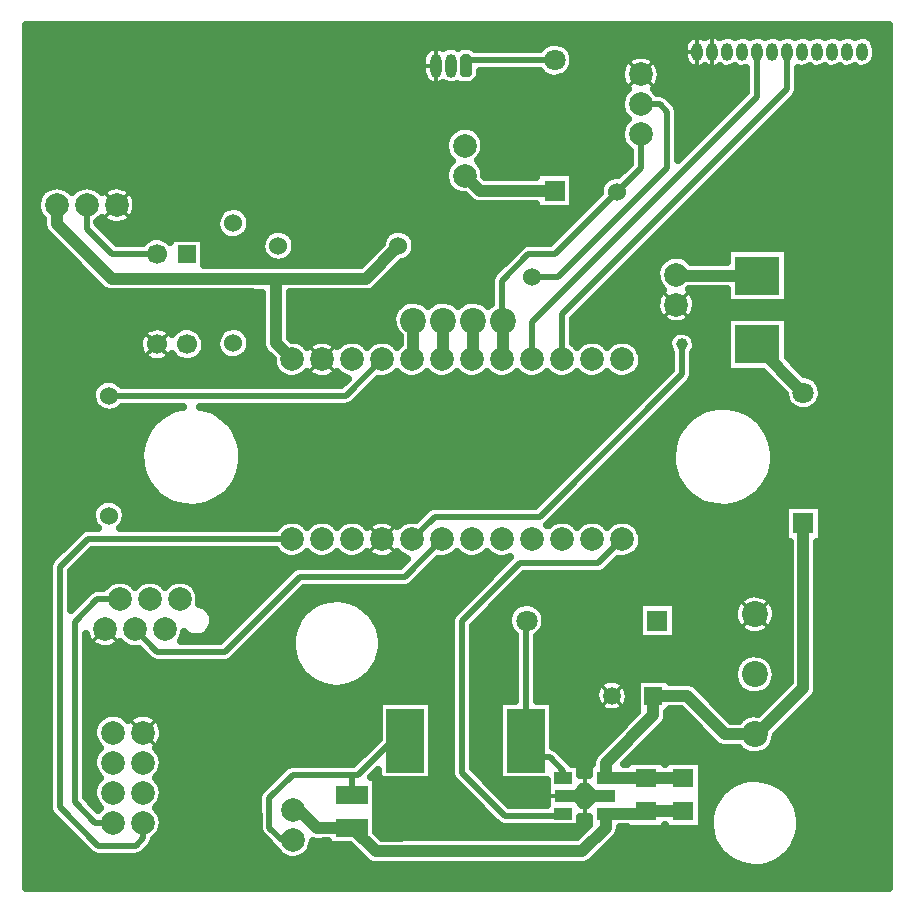
<source format=gtl>
G04 DipTrace 2.4.0.2*
%INTop.gtl*%
%MOMM*%
%ADD14C,1.0*%
%ADD16C,0.5*%
%ADD17C,0.635*%
%ADD18C,0.33*%
%ADD20R,1.5X1.5*%
%ADD21C,1.5*%
%ADD22R,2.7X1.6*%
%ADD23R,1.8X1.8*%
%ADD24C,1.8*%
%ADD25R,3.81X3.33*%
%ADD26C,2.0*%
%ADD27C,2.0*%
%ADD28R,3.2X5.4*%
%ADD29C,2.2*%
%ADD30O,0.94X2.0*%
%ADD31R,1.8X1.6*%
%ADD32C,1.524*%
%ADD33C,1.524*%
%ADD35R,1.5X1.0*%
%ADD36C,2.2*%
%ADD37O,0.949X1.5*%
%ADD38C,1.7*%
%FSLAX53Y53*%
G04*
G71*
G90*
G75*
G01*
%LNTop*%
%LPD*%
X66650Y20295D2*
D14*
X63475D1*
X76810Y41885D2*
Y27915D1*
X72895Y24000D1*
X72700D1*
X42520Y65380D2*
Y65309D1*
X39802Y62591D1*
X32172D1*
Y57113D1*
X33530Y55755D1*
X13586Y68804D2*
Y67239D1*
X18233Y62591D1*
X32172D1*
X72700Y24000D2*
X70200D1*
X66920Y27280D1*
X64110D1*
X60090Y20295D2*
X63475D1*
X64110Y27280D2*
Y25610D1*
X60100Y21600D1*
Y20305D1*
X60090Y20295D1*
X48135Y71313D2*
X49405Y70043D1*
X55755D1*
X33600Y15060D2*
D16*
X32640D1*
X31600Y16100D1*
Y18600D1*
X33600Y20600D1*
X38600D1*
X39100D1*
X41970Y23470D1*
X43115D1*
X38600Y18900D2*
Y20600D1*
X66040Y62931D2*
D14*
X66126Y62845D1*
X72900D1*
X43690Y40515D2*
D16*
X45595Y42420D1*
X54485D1*
X66550Y54485D1*
Y57025D1*
X46230Y40515D2*
X43055Y37340D1*
X34165D1*
X27815Y30990D1*
X22100D1*
X20195Y32895D1*
X61470Y40515D2*
X59448Y38493D1*
X52789D1*
X47892Y33596D1*
Y20760D1*
X51533Y17120D1*
X56490D1*
Y17295D1*
X56390Y55755D2*
Y59565D1*
X75440Y78615D1*
Y81790D1*
X53850Y55755D2*
Y58930D1*
X72900Y77980D1*
Y81790D1*
X76810Y52935D2*
D14*
X72900Y56845D1*
Y57025D1*
X16126Y68804D2*
D16*
Y66809D1*
X18290Y64645D1*
X22100D1*
X66650Y17495D2*
D14*
X63475D1*
X60090Y17295D2*
X63275D1*
X63475Y17495D1*
X38600Y16100D2*
X35600D1*
X34100Y17600D1*
X33600D1*
X38600Y16100D2*
X40600Y14100D1*
X58100D1*
X60090Y16090D1*
Y17295D1*
X48235Y80620D2*
D16*
X48708Y81093D1*
X55755D1*
X56490Y20295D2*
Y20914D1*
X55340Y22064D1*
X53315D1*
Y23470D1*
Y33630D1*
X53377D1*
X33530Y40515D2*
X16215D1*
X13884Y38184D1*
Y17816D1*
X17120Y14580D1*
X20295D1*
X20902Y15187D1*
Y16531D1*
X51410Y59030D2*
D14*
Y55755D1*
X51310D1*
X51410Y59030D2*
D16*
X51310D1*
Y62422D1*
X53532Y64645D1*
X55755D1*
X61034Y69924D1*
X63058Y71948D1*
Y74805D1*
X48870Y59030D2*
D14*
Y55755D1*
X48770D1*
X46330Y59030D2*
Y55755D1*
X46230D1*
X43790Y59030D2*
Y55755D1*
X43690D1*
X18013Y52680D2*
D16*
X38075D1*
X41150Y55755D1*
X18362Y16531D2*
X16874D1*
X15115Y18290D1*
Y33530D1*
X17020Y35435D1*
X18925D1*
X53850Y62740D2*
X56072D1*
X65280Y71948D1*
Y76710D1*
X64645Y77345D1*
X63058D1*
D14*
X66550Y57025D3*
X21465Y38928D3*
X60835Y44325D3*
X53522Y35890D3*
X28968Y26994D3*
X77980Y59565D3*
X11016Y83416D2*
D17*
X83988D1*
X11016Y82784D2*
X66863D1*
X82746D2*
X83988D1*
X11016Y82152D2*
X45085D1*
X48962D2*
X54530D1*
X56979D2*
X66615D1*
X82994D2*
X83988D1*
X11016Y81521D2*
X44549D1*
X57336D2*
X62646D1*
X63468D2*
X66605D1*
X83004D2*
X83988D1*
X11016Y80889D2*
X44489D1*
X57376D2*
X61654D1*
X64460D2*
X66794D1*
X82816D2*
X83988D1*
X11016Y80257D2*
X44489D1*
X57148D2*
X61367D1*
X64748D2*
X71913D1*
X76426D2*
X83988D1*
X11016Y79626D2*
X44589D1*
X49419D2*
X55126D1*
X56384D2*
X61337D1*
X64778D2*
X71913D1*
X76426D2*
X83988D1*
X11016Y78994D2*
X45313D1*
X46085D2*
X46583D1*
X47355D2*
X47681D1*
X48794D2*
X61575D1*
X64540D2*
X71913D1*
X76426D2*
X83988D1*
X11016Y78362D2*
X61664D1*
X64450D2*
X71913D1*
X76386D2*
X83988D1*
X11016Y77731D2*
X61367D1*
X65631D2*
X71278D1*
X75920D2*
X83988D1*
X11016Y77099D2*
X61337D1*
X66177D2*
X70653D1*
X75295D2*
X83988D1*
X11016Y76467D2*
X61575D1*
X66266D2*
X70018D1*
X74660D2*
X83988D1*
X11016Y75836D2*
X61674D1*
X66266D2*
X69383D1*
X74025D2*
X83988D1*
X11016Y75204D2*
X47089D1*
X49180D2*
X61367D1*
X66266D2*
X68758D1*
X73400D2*
X83988D1*
X11016Y74572D2*
X46563D1*
X49706D2*
X61337D1*
X66266D2*
X68123D1*
X72765D2*
X83988D1*
X11016Y73941D2*
X46404D1*
X49865D2*
X61565D1*
X66266D2*
X67488D1*
X72130D2*
X83988D1*
X11016Y73309D2*
X46494D1*
X49776D2*
X62071D1*
X66266D2*
X66863D1*
X71505D2*
X83988D1*
X11016Y72677D2*
X46881D1*
X49389D2*
X62071D1*
X70870D2*
X83988D1*
X11016Y72046D2*
X46563D1*
X49706D2*
X61783D1*
X70235D2*
X83988D1*
X11016Y71414D2*
X46404D1*
X49865D2*
X54124D1*
X57396D2*
X61158D1*
X69610D2*
X83988D1*
X11016Y70782D2*
X46484D1*
X57396D2*
X59819D1*
X68975D2*
X83988D1*
X11016Y70151D2*
X12531D1*
X14642D2*
X15071D1*
X17182D2*
X17611D1*
X19722D2*
X46871D1*
X57396D2*
X59551D1*
X68340D2*
X83988D1*
X11016Y69519D2*
X12015D1*
X20238D2*
X48210D1*
X57396D2*
X59263D1*
X67715D2*
X83988D1*
X11016Y68887D2*
X11856D1*
X20397D2*
X49143D1*
X57396D2*
X58628D1*
X67080D2*
X83988D1*
X11016Y68256D2*
X11946D1*
X20308D2*
X27434D1*
X29674D2*
X57993D1*
X66445D2*
X83988D1*
X11016Y67624D2*
X12333D1*
X19911D2*
X27096D1*
X30011D2*
X57368D1*
X65819D2*
X83988D1*
X11016Y66992D2*
X12372D1*
X17311D2*
X27086D1*
X30021D2*
X56733D1*
X65184D2*
X83988D1*
X11016Y66361D2*
X12739D1*
X17946D2*
X27394D1*
X29714D2*
X31254D1*
X33474D2*
X41414D1*
X43634D2*
X56098D1*
X64549D2*
X83988D1*
X11016Y65729D2*
X13374D1*
X18572D2*
X20965D1*
X26122D2*
X30906D1*
X33812D2*
X41066D1*
X43972D2*
X55473D1*
X63924D2*
X83988D1*
X11016Y65097D2*
X14009D1*
X26122D2*
X30887D1*
X33831D2*
X40590D1*
X43991D2*
X52615D1*
X63289D2*
X70257D1*
X75543D2*
X83988D1*
X11016Y64466D2*
X14635D1*
X26122D2*
X31194D1*
X33534D2*
X39955D1*
X43694D2*
X51980D1*
X62654D2*
X65315D1*
X66772D2*
X70257D1*
X75543D2*
X83988D1*
X11016Y63834D2*
X15270D1*
X26122D2*
X39320D1*
X42771D2*
X51355D1*
X62029D2*
X64571D1*
X75543D2*
X83988D1*
X11016Y63202D2*
X15905D1*
X42136D2*
X50720D1*
X61394D2*
X64323D1*
X75543D2*
X83988D1*
X11016Y62571D2*
X16530D1*
X41501D2*
X50333D1*
X60759D2*
X64343D1*
X75543D2*
X83988D1*
X11016Y61939D2*
X17165D1*
X40876D2*
X50323D1*
X60134D2*
X64631D1*
X75543D2*
X83988D1*
X11016Y61307D2*
X30936D1*
X33405D2*
X50323D1*
X59499D2*
X64581D1*
X67506D2*
X70257D1*
X75543D2*
X83988D1*
X11016Y60676D2*
X30936D1*
X33405D2*
X43071D1*
X44507D2*
X45611D1*
X47047D2*
X48151D1*
X49587D2*
X50323D1*
X58864D2*
X64333D1*
X67754D2*
X70257D1*
X75543D2*
X83988D1*
X11016Y60044D2*
X30936D1*
X33405D2*
X42277D1*
X58239D2*
X64343D1*
X67744D2*
X83988D1*
X11016Y59412D2*
X30936D1*
X33405D2*
X41999D1*
X57604D2*
X64621D1*
X67457D2*
X83988D1*
X11016Y58781D2*
X30936D1*
X33405D2*
X41969D1*
X57376D2*
X65524D1*
X66554D2*
X70257D1*
X75543D2*
X83988D1*
X11016Y58149D2*
X21014D1*
X23195D2*
X23548D1*
X25735D2*
X27483D1*
X29615D2*
X30936D1*
X33405D2*
X42188D1*
X57376D2*
X66149D1*
X66951D2*
X70257D1*
X75543D2*
X83988D1*
X11016Y57517D2*
X20598D1*
X26142D2*
X27106D1*
X29992D2*
X30936D1*
X33494D2*
X42555D1*
X57376D2*
X65425D1*
X67675D2*
X70257D1*
X75543D2*
X83988D1*
X11016Y56886D2*
X20518D1*
X26221D2*
X27077D1*
X30031D2*
X30956D1*
X62764D2*
X65325D1*
X67774D2*
X70257D1*
X75543D2*
X83988D1*
X11016Y56254D2*
X20727D1*
X26013D2*
X27344D1*
X29753D2*
X31313D1*
X63131D2*
X65563D1*
X67536D2*
X70257D1*
X75543D2*
X83988D1*
X11016Y55622D2*
X21441D1*
X22759D2*
X23981D1*
X25299D2*
X31799D1*
X63200D2*
X65563D1*
X67536D2*
X70257D1*
X75841D2*
X83988D1*
X11016Y54991D2*
X31978D1*
X63022D2*
X65563D1*
X67536D2*
X70257D1*
X76476D2*
X83988D1*
X11016Y54359D2*
X32543D1*
X34516D2*
X35083D1*
X37056D2*
X37623D1*
X42136D2*
X42703D1*
X44676D2*
X45243D1*
X47216D2*
X47783D1*
X49756D2*
X50323D1*
X52296D2*
X52863D1*
X54836D2*
X55403D1*
X57376D2*
X57943D1*
X59916D2*
X60483D1*
X62456D2*
X65057D1*
X67526D2*
X73660D1*
X77537D2*
X83988D1*
X11016Y53727D2*
X16966D1*
X19058D2*
X37752D1*
X40489D2*
X64422D1*
X67159D2*
X74295D1*
X78232D2*
X83988D1*
X11016Y53096D2*
X16579D1*
X39864D2*
X63797D1*
X66534D2*
X74930D1*
X78440D2*
X83988D1*
X11016Y52464D2*
X16530D1*
X39229D2*
X63162D1*
X65899D2*
X75247D1*
X78371D2*
X83988D1*
X11016Y51832D2*
X16788D1*
X38505D2*
X62527D1*
X65264D2*
X75624D1*
X77994D2*
X83988D1*
X11016Y51201D2*
X22711D1*
X27293D2*
X61902D1*
X64639D2*
X67707D1*
X72289D2*
X83988D1*
X11016Y50569D2*
X21897D1*
X28106D2*
X61267D1*
X64004D2*
X66893D1*
X73102D2*
X83988D1*
X11016Y49937D2*
X21371D1*
X28632D2*
X60632D1*
X63369D2*
X66367D1*
X73628D2*
X83988D1*
X11016Y49306D2*
X21014D1*
X28989D2*
X60007D1*
X62744D2*
X66010D1*
X73985D2*
X83988D1*
X11016Y48674D2*
X20776D1*
X29218D2*
X59372D1*
X62109D2*
X65782D1*
X74223D2*
X83988D1*
X11016Y48042D2*
X20647D1*
X29347D2*
X58737D1*
X61474D2*
X65653D1*
X74352D2*
X83988D1*
X11016Y47411D2*
X20617D1*
X29386D2*
X58112D1*
X60849D2*
X65613D1*
X74382D2*
X83988D1*
X11016Y46779D2*
X20677D1*
X29327D2*
X57477D1*
X60214D2*
X65673D1*
X74323D2*
X83988D1*
X11016Y46147D2*
X20836D1*
X29168D2*
X56842D1*
X59579D2*
X65831D1*
X74164D2*
X83988D1*
X11016Y45516D2*
X21094D1*
X28900D2*
X56217D1*
X58954D2*
X66099D1*
X73906D2*
X83988D1*
X11016Y44884D2*
X21500D1*
X28503D2*
X55582D1*
X58319D2*
X66496D1*
X73499D2*
X83988D1*
X11016Y44252D2*
X22086D1*
X27918D2*
X54947D1*
X57684D2*
X67091D1*
X72914D2*
X83988D1*
X11016Y43621D2*
X17026D1*
X18998D2*
X23038D1*
X26965D2*
X54322D1*
X57058D2*
X68034D1*
X71961D2*
X83988D1*
X11016Y42989D2*
X16589D1*
X19435D2*
X44797D1*
X56423D2*
X75178D1*
X78450D2*
X83988D1*
X11016Y42357D2*
X16520D1*
X19504D2*
X44162D1*
X55788D2*
X75178D1*
X78450D2*
X83988D1*
X11016Y41726D2*
X16758D1*
X19276D2*
X32315D1*
X62684D2*
X75178D1*
X78450D2*
X83988D1*
X11016Y41094D2*
X15428D1*
X63101D2*
X75178D1*
X78450D2*
X83988D1*
X11016Y40462D2*
X14793D1*
X63210D2*
X75178D1*
X78450D2*
X83988D1*
X11016Y39831D2*
X14158D1*
X63061D2*
X75575D1*
X78043D2*
X83988D1*
X11016Y39199D2*
X13533D1*
X16270D2*
X32434D1*
X34625D2*
X34978D1*
X37165D2*
X37518D1*
X39705D2*
X40058D1*
X42245D2*
X42598D1*
X47325D2*
X47678D1*
X49865D2*
X50218D1*
X62565D2*
X75575D1*
X78043D2*
X83988D1*
X11016Y38567D2*
X12978D1*
X15635D2*
X42912D1*
X45648D2*
X51494D1*
X60888D2*
X75575D1*
X78043D2*
X83988D1*
X11016Y37936D2*
X12898D1*
X15000D2*
X33397D1*
X45023D2*
X50859D1*
X60263D2*
X75575D1*
X78043D2*
X83988D1*
X11016Y37304D2*
X12898D1*
X14871D2*
X32762D1*
X44388D2*
X50234D1*
X52971D2*
X75575D1*
X78043D2*
X83988D1*
X11016Y36672D2*
X12898D1*
X14871D2*
X17740D1*
X25189D2*
X32127D1*
X43753D2*
X49599D1*
X52336D2*
X75575D1*
X78043D2*
X83988D1*
X11016Y36041D2*
X12898D1*
X14871D2*
X16262D1*
X25626D2*
X31502D1*
X34238D2*
X48964D1*
X51701D2*
X75575D1*
X78043D2*
X83988D1*
X11016Y35409D2*
X12898D1*
X14871D2*
X15627D1*
X25745D2*
X30867D1*
X33603D2*
X36324D1*
X38276D2*
X48339D1*
X51076D2*
X71378D1*
X74025D2*
X75575D1*
X78043D2*
X83988D1*
X11016Y34777D2*
X12898D1*
X26320D2*
X30232D1*
X32968D2*
X34974D1*
X39626D2*
X47704D1*
X50441D2*
X52238D1*
X54518D2*
X62795D1*
X66068D2*
X70971D1*
X74422D2*
X75575D1*
X78043D2*
X83988D1*
X11016Y34146D2*
X12898D1*
X26797D2*
X29607D1*
X32343D2*
X34300D1*
X40300D2*
X47089D1*
X49806D2*
X51832D1*
X54925D2*
X62795D1*
X66068D2*
X70862D1*
X74541D2*
X75575D1*
X78043D2*
X83988D1*
X11016Y33514D2*
X12898D1*
X26886D2*
X28972D1*
X31708D2*
X33873D1*
X40727D2*
X46910D1*
X49180D2*
X51742D1*
X55005D2*
X62795D1*
X66068D2*
X70981D1*
X74412D2*
X75575D1*
X78043D2*
X83988D1*
X11016Y32882D2*
X12898D1*
X26678D2*
X28337D1*
X31073D2*
X33605D1*
X40995D2*
X46910D1*
X48883D2*
X51931D1*
X54826D2*
X62795D1*
X66068D2*
X71407D1*
X73995D2*
X75575D1*
X78043D2*
X83988D1*
X11016Y32251D2*
X12898D1*
X24346D2*
X25023D1*
X25805D2*
X27712D1*
X30448D2*
X33456D1*
X41144D2*
X46910D1*
X48883D2*
X52328D1*
X54300D2*
X62795D1*
X66068D2*
X75575D1*
X78043D2*
X83988D1*
X11016Y31619D2*
X12898D1*
X16101D2*
X16515D1*
X18800D2*
X19048D1*
X29813D2*
X33417D1*
X41183D2*
X46910D1*
X48883D2*
X52328D1*
X54300D2*
X75575D1*
X78043D2*
X83988D1*
X11016Y30987D2*
X12898D1*
X16101D2*
X20736D1*
X29178D2*
X33486D1*
X41114D2*
X46910D1*
X48883D2*
X52328D1*
X54300D2*
X75575D1*
X78043D2*
X83988D1*
X11016Y30356D2*
X12898D1*
X16101D2*
X21362D1*
X28553D2*
X33665D1*
X40935D2*
X46910D1*
X48883D2*
X52328D1*
X54300D2*
X71407D1*
X73995D2*
X75575D1*
X78043D2*
X83988D1*
X11016Y29724D2*
X12898D1*
X16101D2*
X33962D1*
X40638D2*
X46910D1*
X48883D2*
X52328D1*
X54300D2*
X70981D1*
X74412D2*
X75575D1*
X78043D2*
X83988D1*
X11016Y29092D2*
X12898D1*
X16101D2*
X34448D1*
X40152D2*
X46910D1*
X48883D2*
X52328D1*
X54300D2*
X70862D1*
X74541D2*
X75575D1*
X78043D2*
X83988D1*
X11016Y28461D2*
X12898D1*
X16101D2*
X35212D1*
X39388D2*
X46910D1*
X48883D2*
X52328D1*
X54300D2*
X59749D1*
X61464D2*
X62627D1*
X65591D2*
X70971D1*
X74422D2*
X75575D1*
X78043D2*
X83988D1*
X11016Y27829D2*
X12898D1*
X16101D2*
X46910D1*
X48883D2*
X52328D1*
X54300D2*
X59233D1*
X61990D2*
X62627D1*
X68092D2*
X71378D1*
X74015D2*
X74999D1*
X78043D2*
X83988D1*
X11016Y27197D2*
X12898D1*
X16101D2*
X46910D1*
X48883D2*
X52328D1*
X54300D2*
X59124D1*
X62089D2*
X62627D1*
X68727D2*
X74374D1*
X77805D2*
X83988D1*
X11016Y26566D2*
X12898D1*
X16101D2*
X40779D1*
X45450D2*
X46910D1*
X48883D2*
X50978D1*
X55650D2*
X59313D1*
X61900D2*
X62627D1*
X69352D2*
X73739D1*
X77180D2*
X83988D1*
X11016Y25934D2*
X12898D1*
X16101D2*
X40779D1*
X45450D2*
X46910D1*
X48883D2*
X50978D1*
X55650D2*
X60087D1*
X61136D2*
X62627D1*
X65591D2*
X66546D1*
X69987D2*
X73104D1*
X76555D2*
X83988D1*
X11016Y25302D2*
X12898D1*
X16101D2*
X17085D1*
X22183D2*
X40779D1*
X45450D2*
X46910D1*
X48883D2*
X50978D1*
X55650D2*
X62081D1*
X65304D2*
X67171D1*
X70622D2*
X71437D1*
X75920D2*
X83988D1*
X11016Y24671D2*
X12898D1*
X16101D2*
X16708D1*
X22560D2*
X40779D1*
X45450D2*
X46910D1*
X48883D2*
X50978D1*
X55650D2*
X61446D1*
X64897D2*
X67806D1*
X75285D2*
X83988D1*
X11016Y24039D2*
X12898D1*
X16101D2*
X16629D1*
X22630D2*
X40779D1*
X45450D2*
X46910D1*
X48883D2*
X50978D1*
X55650D2*
X60821D1*
X64262D2*
X68441D1*
X74660D2*
X83988D1*
X11016Y23407D2*
X12898D1*
X16101D2*
X16797D1*
X22461D2*
X40541D1*
X45450D2*
X46910D1*
X48883D2*
X50978D1*
X55650D2*
X60186D1*
X63627D2*
X69066D1*
X74432D2*
X83988D1*
X11016Y22776D2*
X12898D1*
X16101D2*
X17095D1*
X22163D2*
X39906D1*
X45450D2*
X46910D1*
X48883D2*
X50978D1*
X55987D2*
X59551D1*
X63002D2*
X71358D1*
X74045D2*
X83988D1*
X11016Y22144D2*
X12898D1*
X16101D2*
X16718D1*
X22550D2*
X39280D1*
X45450D2*
X46910D1*
X48883D2*
X50978D1*
X56632D2*
X58995D1*
X62367D2*
X83988D1*
X11016Y21512D2*
X12898D1*
X16101D2*
X16629D1*
X22639D2*
X33397D1*
X45450D2*
X46910D1*
X48883D2*
X50978D1*
X57257D2*
X58866D1*
X68290D2*
X83988D1*
X11016Y20881D2*
X12898D1*
X16101D2*
X16797D1*
X22471D2*
X32514D1*
X45450D2*
X46910D1*
X49141D2*
X50978D1*
X57971D2*
X58608D1*
X68290D2*
X83988D1*
X11016Y20249D2*
X12898D1*
X16101D2*
X17115D1*
X22153D2*
X31879D1*
X45450D2*
X47059D1*
X49776D2*
X50978D1*
X68290D2*
X71904D1*
X73499D2*
X83988D1*
X11016Y19617D2*
X12898D1*
X16101D2*
X16718D1*
X22550D2*
X31254D1*
X40687D2*
X47664D1*
X50401D2*
X55007D1*
X68290D2*
X70425D1*
X74967D2*
X83988D1*
X11016Y18986D2*
X12898D1*
X16101D2*
X16629D1*
X22639D2*
X30698D1*
X40687D2*
X48299D1*
X51036D2*
X55007D1*
X68290D2*
X69731D1*
X75662D2*
X83988D1*
X11016Y18354D2*
X12898D1*
X16418D2*
X16794D1*
X22481D2*
X30619D1*
X40687D2*
X48934D1*
X51671D2*
X55007D1*
X68290D2*
X69294D1*
X76108D2*
X83988D1*
X11016Y17722D2*
X12898D1*
X22143D2*
X30619D1*
X40687D2*
X49560D1*
X68290D2*
X69016D1*
X76386D2*
X83988D1*
X11016Y17091D2*
X13245D1*
X22540D2*
X30619D1*
X40687D2*
X50195D1*
X68290D2*
X68858D1*
X76535D2*
X83988D1*
X11016Y16459D2*
X13871D1*
X22639D2*
X30619D1*
X40687D2*
X50830D1*
X57971D2*
X58608D1*
X68290D2*
X68818D1*
X76585D2*
X83988D1*
X11016Y15827D2*
X14506D1*
X22481D2*
X30658D1*
X40687D2*
X58102D1*
X61295D2*
X68877D1*
X76525D2*
X83988D1*
X11016Y15196D2*
X15141D1*
X21975D2*
X31135D1*
X60918D2*
X69046D1*
X76357D2*
X83988D1*
X11016Y14564D2*
X15766D1*
X21647D2*
X31770D1*
X35260D2*
X38417D1*
X60283D2*
X69344D1*
X76059D2*
X83988D1*
X11016Y13932D2*
X16401D1*
X21012D2*
X32305D1*
X34903D2*
X39042D1*
X59658D2*
X69810D1*
X75593D2*
X83988D1*
X11016Y13301D2*
X39677D1*
X59023D2*
X70544D1*
X74848D2*
X83988D1*
X11016Y12669D2*
X83988D1*
X11016Y12037D2*
X83988D1*
X11016Y11406D2*
X83988D1*
X62031Y27217D2*
X61982Y26904D1*
X61865Y26609D1*
X61685Y26348D1*
X61452Y26133D1*
X61178Y25975D1*
X60875Y25882D1*
X60559Y25858D1*
X60246Y25905D1*
X59950Y26019D1*
X59688Y26196D1*
X59471Y26427D1*
X59310Y26701D1*
X59214Y27003D1*
X59188Y27318D1*
X59231Y27632D1*
X59343Y27928D1*
X59518Y28193D1*
X59747Y28412D1*
X60019Y28574D1*
X60320Y28673D1*
X60636Y28703D1*
X60950Y28662D1*
X61247Y28552D1*
X61513Y28380D1*
X61734Y28153D1*
X61899Y27882D1*
X62000Y27582D1*
X62033Y27280D1*
X62031Y27217D1*
X38410Y14627D2*
X36577D1*
Y14935D1*
X35600Y14927D1*
X35277Y14974D1*
X35243Y14744D1*
X35154Y14440D1*
X35009Y14158D1*
X34814Y13909D1*
X34575Y13700D1*
X34301Y13541D1*
X34001Y13436D1*
X33688Y13389D1*
X33371Y13403D1*
X33062Y13476D1*
X32773Y13606D1*
X32514Y13788D1*
X32293Y14015D1*
X32108Y14308D1*
X31987Y14407D1*
X30947Y15447D1*
X30766Y15706D1*
X30678Y16058D1*
X30677Y18600D1*
X30731Y18911D1*
X30918Y19222D1*
X32947Y21253D1*
X33206Y21434D1*
X33558Y21522D1*
X38709Y21523D1*
X40840Y23645D1*
X40842Y26843D1*
X45388D1*
Y20097D1*
X40842D1*
X40827Y21021D1*
X40174Y20369D1*
X40623Y20373D1*
X40616Y17573D1*
X40623Y16303D1*
Y15737D1*
X41092Y15267D1*
X44727Y15273D1*
X57616D1*
X58667Y16326D1*
Y17025D1*
X57913Y17022D1*
Y16122D1*
X55067D1*
Y16192D1*
X51533Y16197D1*
X51221Y16251D1*
X50910Y16438D1*
X47240Y20108D1*
X47058Y20366D1*
X46970Y20718D1*
X46969Y33596D1*
X47023Y33907D1*
X47211Y34218D1*
X51971Y38980D1*
X51711Y38891D1*
X51398Y38844D1*
X51081Y38858D1*
X50772Y38931D1*
X50483Y39061D1*
X50224Y39243D1*
X50038Y39435D1*
X49745Y39155D1*
X49471Y38996D1*
X49171Y38891D1*
X48858Y38844D1*
X48541Y38858D1*
X48232Y38931D1*
X47943Y39061D1*
X47684Y39243D1*
X47498Y39435D1*
X47205Y39155D1*
X46931Y38996D1*
X46631Y38891D1*
X46318Y38844D1*
X45895Y38883D1*
X43708Y36687D1*
X43449Y36506D1*
X43097Y36418D1*
X34552Y36417D1*
X28468Y30337D1*
X28209Y30156D1*
X27857Y30068D1*
X22100Y30067D1*
X21789Y30121D1*
X21478Y30308D1*
X20528Y31256D1*
X20283Y31224D1*
X19966Y31238D1*
X19657Y31311D1*
X19368Y31441D1*
X19109Y31623D1*
X18923Y31815D1*
X18778Y31655D1*
X18524Y31465D1*
X18238Y31327D1*
X17932Y31245D1*
X17616Y31223D1*
X17301Y31260D1*
X16999Y31356D1*
X16720Y31508D1*
X16475Y31709D1*
X16273Y31953D1*
X16120Y32230D1*
X16037Y32468D1*
X16038Y18677D1*
X17094Y17617D1*
X17274Y17798D1*
X17055Y18026D1*
X16882Y18291D1*
X16761Y18585D1*
X16698Y18895D1*
X16695Y19212D1*
X16752Y19524D1*
X16866Y19820D1*
X17035Y20089D1*
X17274Y20338D1*
X17055Y20566D1*
X16882Y20831D1*
X16761Y21125D1*
X16698Y21435D1*
X16695Y21752D1*
X16752Y22064D1*
X16866Y22360D1*
X17035Y22629D1*
X17274Y22878D1*
X17055Y23106D1*
X16882Y23371D1*
X16761Y23665D1*
X16698Y23975D1*
X16695Y24292D1*
X16752Y24604D1*
X16866Y24900D1*
X17035Y25169D1*
X17250Y25401D1*
X17506Y25588D1*
X17793Y25724D1*
X18100Y25803D1*
X18416Y25823D1*
X18731Y25782D1*
X19032Y25683D1*
X19309Y25530D1*
X19552Y25326D1*
X19634Y25226D1*
X19744Y25358D1*
X19992Y25554D1*
X20274Y25701D1*
X20577Y25792D1*
X20893Y25823D1*
X21209Y25795D1*
X21513Y25708D1*
X21796Y25565D1*
X22047Y25370D1*
X22256Y25133D1*
X22417Y24860D1*
X22524Y24561D1*
X22572Y24248D1*
X22556Y23898D1*
X22478Y23590D1*
X22344Y23303D1*
X22158Y23046D1*
X21990Y22880D1*
X22293Y22541D1*
X22443Y22262D1*
X22538Y21959D1*
X22575Y21611D1*
X22545Y21295D1*
X22456Y20991D1*
X22311Y20709D1*
X22116Y20459D1*
X21989Y20348D1*
X22293Y20001D1*
X22443Y19722D1*
X22538Y19419D1*
X22575Y19071D1*
X22545Y18755D1*
X22456Y18451D1*
X22311Y18169D1*
X22116Y17919D1*
X21989Y17808D1*
X22293Y17461D1*
X22443Y17182D1*
X22538Y16879D1*
X22575Y16531D1*
X22545Y16215D1*
X22456Y15911D1*
X22311Y15629D1*
X22116Y15379D1*
X21817Y15136D1*
X21771Y14876D1*
X21584Y14565D1*
X20948Y13927D1*
X20689Y13746D1*
X20337Y13658D1*
X17120Y13657D1*
X16809Y13711D1*
X16498Y13898D1*
X13231Y17163D1*
X13050Y17422D1*
X12962Y17774D1*
X12961Y38184D1*
X13015Y38495D1*
X13203Y38806D1*
X15562Y41168D1*
X15821Y41349D1*
X16173Y41437D1*
X17078Y41438D1*
X16923Y41587D1*
X16745Y41849D1*
X16628Y42144D1*
X16580Y42457D1*
X16601Y42773D1*
X16691Y43077D1*
X16845Y43354D1*
X17057Y43590D1*
X17315Y43774D1*
X17607Y43896D1*
X17919Y43952D1*
X18235Y43938D1*
X18541Y43854D1*
X18821Y43706D1*
X19062Y43500D1*
X19251Y43246D1*
X19380Y42956D1*
X19448Y42520D1*
X19413Y42205D1*
X19310Y41906D1*
X19143Y41636D1*
X18942Y41431D1*
X21295Y41438D1*
X32140D1*
X32418Y41765D1*
X32674Y41952D1*
X32961Y42088D1*
X33268Y42167D1*
X33584Y42187D1*
X33899Y42147D1*
X34200Y42048D1*
X34477Y41894D1*
X34720Y41691D1*
X34802Y41591D1*
X34958Y41765D1*
X35214Y41952D1*
X35501Y42088D1*
X35808Y42167D1*
X36124Y42187D1*
X36439Y42147D1*
X36740Y42048D1*
X37017Y41894D1*
X37260Y41691D1*
X37342Y41591D1*
X37498Y41765D1*
X37754Y41952D1*
X38041Y42088D1*
X38348Y42167D1*
X38664Y42187D1*
X38979Y42147D1*
X39280Y42048D1*
X39557Y41894D1*
X39800Y41691D1*
X39882Y41591D1*
X39992Y41722D1*
X40240Y41919D1*
X40521Y42065D1*
X40825Y42156D1*
X41141Y42188D1*
X41456Y42160D1*
X41761Y42072D1*
X42044Y41929D1*
X42295Y41735D1*
X42419Y41604D1*
X42578Y41765D1*
X42834Y41952D1*
X43121Y42088D1*
X43428Y42167D1*
X43744Y42187D1*
X44029Y42151D1*
X44942Y43073D1*
X45201Y43254D1*
X45553Y43342D1*
X54098Y43343D1*
X65626Y54866D1*
X65627Y56301D1*
X65486Y56531D1*
X65393Y56834D1*
X65384Y57150D1*
X65460Y57457D1*
X65615Y57733D1*
X65838Y57957D1*
X66114Y58114D1*
X66421Y58191D1*
X66737Y58183D1*
X67040Y58091D1*
X67307Y57921D1*
X67519Y57686D1*
X67660Y57403D1*
X67723Y57025D1*
X67680Y56711D1*
X67555Y56421D1*
X67475Y56320D1*
X67473Y54485D1*
X67419Y54174D1*
X67232Y53863D1*
X55094Y41729D1*
X55278Y41765D1*
X55534Y41952D1*
X55821Y42088D1*
X56128Y42167D1*
X56444Y42187D1*
X56759Y42147D1*
X57060Y42048D1*
X57337Y41894D1*
X57580Y41691D1*
X57662Y41591D1*
X57818Y41765D1*
X58074Y41952D1*
X58361Y42088D1*
X58668Y42167D1*
X58984Y42187D1*
X59299Y42147D1*
X59600Y42048D1*
X59877Y41894D1*
X60120Y41691D1*
X60202Y41591D1*
X60358Y41765D1*
X60614Y41952D1*
X60901Y42088D1*
X61208Y42167D1*
X61524Y42187D1*
X61839Y42147D1*
X62140Y42048D1*
X62417Y41894D1*
X62660Y41691D1*
X62861Y41445D1*
X63011Y41166D1*
X63106Y40864D1*
X63143Y40515D1*
X63113Y40199D1*
X63024Y39895D1*
X62879Y39613D1*
X62684Y39364D1*
X62445Y39155D1*
X62171Y38996D1*
X61871Y38891D1*
X61558Y38844D1*
X61135Y38883D1*
X60101Y37841D1*
X59842Y37659D1*
X59490Y37571D1*
X53168Y37570D1*
X48819Y33217D1*
X48815Y21144D1*
X51919Y18038D1*
X55075Y18043D1*
X55067Y20104D1*
X52730Y20097D1*
X51042D1*
Y26843D1*
X52401D1*
X52392Y28233D1*
Y32410D1*
X52194Y32594D1*
X52011Y32852D1*
X51882Y33142D1*
X51815Y33451D1*
X51811Y33768D1*
X51870Y34080D1*
X51991Y34373D1*
X52168Y34636D1*
X52394Y34858D1*
X52660Y35030D1*
X52956Y35145D1*
X53268Y35199D1*
X53585Y35189D1*
X53893Y35116D1*
X54181Y34982D1*
X54435Y34794D1*
X54647Y34558D1*
X54808Y34285D1*
X54910Y33985D1*
X54950Y33630D1*
X54918Y33315D1*
X54824Y33012D1*
X54671Y32735D1*
X54465Y32494D1*
X54238Y32317D1*
Y26834D1*
X55588Y26843D1*
Y22944D1*
X55652Y22933D1*
X55963Y22745D1*
X57181Y21524D1*
X57290Y21468D1*
X57913D1*
Y20565D1*
X58667Y20568D1*
Y21468D1*
X58935D1*
X58927Y21600D1*
X58970Y21914D1*
X59146Y22283D1*
X59720Y22878D1*
X62687Y25857D1*
Y28703D1*
X65533D1*
Y28455D1*
X66920Y28453D1*
X67234Y28410D1*
X67603Y28234D1*
X68198Y27660D1*
X70689Y25170D1*
X71381Y25173D1*
X71463Y25270D1*
X71709Y25470D1*
X71986Y25623D1*
X72287Y25724D1*
X72600Y25770D1*
X72985Y25745D1*
X75637Y28400D1*
Y40307D1*
X75237Y40312D1*
Y43458D1*
X78383D1*
Y40312D1*
X77983Y40297D1*
Y27915D1*
X77940Y27601D1*
X77764Y27232D1*
X77190Y26637D1*
X74475Y23921D1*
X74445Y23684D1*
X74360Y23378D1*
X74223Y23093D1*
X74037Y22836D1*
X73808Y22616D1*
X73544Y22441D1*
X73253Y22316D1*
X72944Y22244D1*
X72627Y22229D1*
X72313Y22270D1*
X72011Y22366D1*
X71731Y22515D1*
X71482Y22712D1*
X71384Y22823D1*
X70200Y22827D1*
X69886Y22870D1*
X69517Y23046D1*
X68922Y23620D1*
X66431Y26110D1*
X65541Y26107D1*
X65533Y25857D1*
X65285D1*
X65283Y25610D1*
X65240Y25296D1*
X65064Y24927D1*
X64490Y24332D1*
X61621Y21462D1*
X61906Y21468D1*
X61902Y21743D1*
X61932Y21768D1*
X65048D1*
X65062Y21468D1*
X65077Y21768D1*
X68223D1*
X68213Y18822D1*
X68223Y18968D1*
Y16022D1*
X65077D1*
X65062Y16322D1*
X65048Y16022D1*
X61902D1*
Y16131D1*
X61261Y16122D1*
X61220Y15776D1*
X61044Y15407D1*
X60470Y14812D1*
X58929Y13271D1*
X58677Y13079D1*
X58291Y12943D1*
X57465Y12927D1*
X40600D1*
X40286Y12970D1*
X39917Y13146D1*
X39322Y13720D1*
X38417Y14625D1*
X63172Y35203D2*
X66000D1*
Y32057D1*
X62855D1*
Y35203D1*
X63172D1*
X54500Y71615D2*
X57328D1*
Y68470D1*
X54182D1*
X54167Y68870D1*
X49405D1*
X49092Y68912D1*
X48723Y69089D1*
X48148Y69641D1*
X47906Y69656D1*
X47597Y69729D1*
X47308Y69859D1*
X47049Y70041D1*
X46828Y70268D1*
X46655Y70534D1*
X46534Y70827D1*
X46471Y71138D1*
X46468Y71455D1*
X46525Y71767D1*
X46639Y72062D1*
X46808Y72331D1*
X47047Y72581D1*
X46828Y72808D1*
X46655Y73074D1*
X46534Y73367D1*
X46471Y73678D1*
X46468Y73995D1*
X46525Y74307D1*
X46639Y74602D1*
X46808Y74871D1*
X47023Y75103D1*
X47279Y75290D1*
X47566Y75426D1*
X47873Y75505D1*
X48189Y75525D1*
X48504Y75485D1*
X48805Y75386D1*
X49082Y75232D1*
X49325Y75029D1*
X49526Y74783D1*
X49676Y74504D1*
X49771Y74202D1*
X49808Y73853D1*
X49778Y73537D1*
X49689Y73233D1*
X49544Y72951D1*
X49349Y72702D1*
X49222Y72591D1*
X49526Y72243D1*
X49676Y71964D1*
X49771Y71662D1*
X49807Y71303D1*
X49897Y71209D1*
X53851Y71215D1*
X54178D1*
X54182Y71615D1*
X54500D1*
X57296Y80777D2*
X57201Y80475D1*
X57048Y80197D1*
X56842Y79956D1*
X56593Y79761D1*
X56309Y79620D1*
X56002Y79539D1*
X55686Y79521D1*
X55372Y79567D1*
X55074Y79675D1*
X54804Y79840D1*
X54572Y80056D1*
X54486Y80177D1*
X50992Y80170D1*
X49395D1*
X49403Y79870D1*
X49323Y79557D1*
X49211Y79399D1*
X48965Y79149D1*
X48776Y79013D1*
X48485Y78947D1*
X47985D1*
X47705Y79008D1*
X47472Y79066D1*
X47171Y78966D1*
X46855Y78952D1*
X46547Y79026D1*
X46332Y79147D1*
X46144Y79039D1*
X45901Y78966D1*
X45649Y78948D1*
X45398Y78986D1*
X45162Y79079D1*
X44952Y79221D1*
X44779Y79406D1*
X44651Y79625D1*
X44574Y79867D1*
X44552Y80153D1*
X44563Y81306D1*
X44625Y81552D1*
X44740Y81778D1*
X44902Y81973D1*
X45103Y82127D1*
X45333Y82234D1*
X45580Y82287D1*
X45834Y82284D1*
X46080Y82226D1*
X46330Y82100D1*
X46663Y82252D1*
X46977Y82293D1*
X47290Y82246D1*
X47551Y82127D1*
X47694Y82227D1*
X47985Y82293D1*
X48485D1*
X48765Y82232D1*
X48965Y82091D1*
X49042Y82013D1*
X54472Y82015D1*
X54772Y82320D1*
X55038Y82492D1*
X55333Y82608D1*
X55645Y82662D1*
X55962Y82652D1*
X56271Y82578D1*
X56558Y82445D1*
X56813Y82256D1*
X57025Y82021D1*
X57185Y81747D1*
X57287Y81447D1*
X57328Y81092D1*
X57296Y80777D1*
X78351Y52620D2*
X78256Y52317D1*
X78103Y52040D1*
X77897Y51799D1*
X77648Y51604D1*
X77364Y51463D1*
X77057Y51382D1*
X76741Y51364D1*
X76427Y51409D1*
X76129Y51517D1*
X75859Y51682D1*
X75627Y51899D1*
X75443Y52157D1*
X75315Y52447D1*
X75246Y52846D1*
X73406Y54680D1*
X70322Y54687D1*
Y59363D1*
X75478D1*
Y55920D1*
X76894Y54510D1*
X77326Y54421D1*
X77613Y54287D1*
X77868Y54099D1*
X78080Y53863D1*
X78240Y53590D1*
X78342Y53290D1*
X78383Y52935D1*
X78351Y52620D1*
X70640Y65183D2*
X75478D1*
Y60507D1*
X70322D1*
Y61668D1*
X67135Y61672D1*
X67274Y61521D1*
X67465Y61268D1*
X67605Y60983D1*
X67688Y60677D1*
X67712Y60328D1*
X67670Y60013D1*
X67569Y59713D1*
X67414Y59436D1*
X67209Y59194D1*
X66962Y58995D1*
X66682Y58846D1*
X66379Y58753D1*
X66064Y58718D1*
X65748Y58744D1*
X65443Y58828D1*
X65159Y58969D1*
X64906Y59161D1*
X64695Y59397D1*
X64531Y59669D1*
X64422Y59966D1*
X64371Y60279D1*
X64380Y60596D1*
X64448Y60905D1*
X64574Y61197D1*
X64752Y61459D1*
X64951Y61661D1*
X64733Y61886D1*
X64560Y62152D1*
X64439Y62445D1*
X64376Y62756D1*
X64373Y63073D1*
X64430Y63385D1*
X64544Y63680D1*
X64713Y63949D1*
X64928Y64181D1*
X65184Y64368D1*
X65471Y64504D1*
X65778Y64583D1*
X66094Y64603D1*
X66409Y64563D1*
X66710Y64464D1*
X66987Y64310D1*
X67299Y64022D1*
X70323Y64018D1*
X70322Y65183D1*
X70640D1*
X29309Y47183D2*
X29216Y46555D1*
X29032Y45948D1*
X28762Y45374D1*
X28410Y44846D1*
X27985Y44376D1*
X27495Y43972D1*
X26951Y43645D1*
X26366Y43401D1*
X25751Y43245D1*
X25120Y43181D1*
X24486Y43210D1*
X23863Y43331D1*
X23265Y43543D1*
X22704Y43840D1*
X22193Y44215D1*
X21742Y44662D1*
X21362Y45169D1*
X21060Y45727D1*
X20842Y46323D1*
X20715Y46945D1*
X20680Y47578D1*
X20738Y48210D1*
X20888Y48826D1*
X21126Y49414D1*
X21448Y49961D1*
X21847Y50454D1*
X22314Y50884D1*
X22838Y51241D1*
X23409Y51517D1*
X24015Y51707D1*
X24278Y51758D1*
X19114Y51757D1*
X18922Y51569D1*
X18656Y51397D1*
X18359Y51287D1*
X18044Y51245D1*
X17729Y51274D1*
X17427Y51370D1*
X17154Y51531D1*
X16923Y51747D1*
X16745Y52009D1*
X16628Y52304D1*
X16580Y52617D1*
X16601Y52933D1*
X16691Y53237D1*
X16845Y53514D1*
X17057Y53750D1*
X17315Y53934D1*
X17607Y54056D1*
X17919Y54112D1*
X18235Y54098D1*
X18541Y54014D1*
X18821Y53866D1*
X19103Y53604D1*
X37688Y53603D1*
X38215Y54125D1*
X37783Y54301D1*
X37524Y54483D1*
X37338Y54675D1*
X37193Y54515D1*
X36939Y54325D1*
X36653Y54187D1*
X36347Y54105D1*
X36031Y54083D1*
X35716Y54120D1*
X35414Y54216D1*
X35135Y54368D1*
X34890Y54569D1*
X34800Y54666D1*
X34505Y54395D1*
X34231Y54236D1*
X33931Y54131D1*
X33618Y54084D1*
X33301Y54098D1*
X32992Y54171D1*
X32703Y54301D1*
X32444Y54483D1*
X32223Y54710D1*
X32050Y54976D1*
X31929Y55269D1*
X31866Y55580D1*
X31864Y55768D1*
X31342Y56284D1*
X31151Y56536D1*
X31015Y56922D1*
X30999Y57748D1*
Y61409D1*
X29632Y61419D1*
X18233D1*
X17919Y61461D1*
X17550Y61638D1*
X16955Y62211D1*
X12757Y66409D1*
X12565Y66661D1*
X12429Y67047D1*
X12413Y67606D1*
X12279Y67759D1*
X12106Y68025D1*
X11985Y68318D1*
X11922Y68629D1*
X11919Y68946D1*
X11976Y69258D1*
X12090Y69553D1*
X12259Y69822D1*
X12474Y70054D1*
X12730Y70241D1*
X13017Y70377D1*
X13324Y70456D1*
X13640Y70476D1*
X13955Y70436D1*
X14256Y70337D1*
X14533Y70183D1*
X14776Y69980D1*
X14858Y69880D1*
X15014Y70054D1*
X15270Y70241D1*
X15557Y70377D1*
X15864Y70456D1*
X16180Y70476D1*
X16495Y70436D1*
X16796Y70337D1*
X17073Y70183D1*
X17316Y69980D1*
X17398Y69880D1*
X17508Y70011D1*
X17756Y70208D1*
X18037Y70354D1*
X18341Y70445D1*
X18657Y70477D1*
X18972Y70449D1*
X19277Y70361D1*
X19560Y70218D1*
X19811Y70024D1*
X20020Y69786D1*
X20181Y69513D1*
X20288Y69214D1*
X20336Y68901D1*
X20320Y68551D1*
X20242Y68244D1*
X20108Y67956D1*
X19922Y67699D1*
X19691Y67482D1*
X19424Y67313D1*
X19129Y67196D1*
X18817Y67138D1*
X18500Y67139D1*
X18189Y67201D1*
X17895Y67319D1*
X17629Y67491D1*
X17396Y67715D1*
X17101Y67444D1*
X17041Y67409D1*
X17049Y67187D1*
X18666Y65574D1*
X20880Y65568D1*
X21061Y65758D1*
X21313Y65949D1*
X21600Y66084D1*
X21909Y66156D1*
X22226Y66163D1*
X22537Y66104D1*
X22830Y65982D1*
X23091Y65802D1*
X23220Y65665D1*
X23217Y66068D1*
X26063D1*
Y63756D1*
X27758Y63764D1*
X39325D1*
X41099Y65547D1*
X41198Y65937D1*
X41352Y66214D1*
X41564Y66450D1*
X41822Y66634D1*
X42114Y66756D1*
X42426Y66812D1*
X42742Y66798D1*
X43048Y66714D1*
X43328Y66566D1*
X43568Y66360D1*
X43758Y66106D1*
X43887Y65816D1*
X43955Y65380D1*
X43920Y65065D1*
X43817Y64766D1*
X43650Y64496D1*
X43429Y64269D1*
X43163Y64097D1*
X42856Y63986D1*
X40632Y61762D1*
X40380Y61570D1*
X39994Y61434D1*
X39167Y61419D1*
X33343D1*
X33345Y57601D1*
X33513Y57431D1*
X33899Y57387D1*
X34200Y57288D1*
X34477Y57134D1*
X34720Y56931D1*
X34802Y56831D1*
X34912Y56962D1*
X35160Y57159D1*
X35441Y57305D1*
X35745Y57396D1*
X36061Y57428D1*
X36376Y57400D1*
X36681Y57312D1*
X36964Y57169D1*
X37215Y56975D1*
X37339Y56844D1*
X37498Y57005D1*
X37754Y57192D1*
X38041Y57328D1*
X38348Y57407D1*
X38664Y57427D1*
X38979Y57387D1*
X39280Y57288D1*
X39557Y57134D1*
X39800Y56931D1*
X39882Y56831D1*
X40038Y57005D1*
X40294Y57192D1*
X40581Y57328D1*
X40888Y57407D1*
X41204Y57427D1*
X41519Y57387D1*
X41820Y57288D1*
X42097Y57134D1*
X42340Y56931D1*
X42422Y56831D1*
X42618Y57034D1*
X42617Y57710D1*
X42362Y57979D1*
X42198Y58250D1*
X42084Y58546D1*
X42025Y58858D1*
X42023Y59175D1*
X42077Y59488D1*
X42186Y59785D1*
X42346Y60059D1*
X42553Y60300D1*
X42799Y60500D1*
X43076Y60653D1*
X43377Y60754D1*
X43690Y60800D1*
X44007Y60790D1*
X44317Y60723D1*
X44610Y60602D1*
X44877Y60430D1*
X45059Y60262D1*
X45339Y60500D1*
X45616Y60653D1*
X45917Y60754D1*
X46230Y60800D1*
X46547Y60790D1*
X46857Y60723D1*
X47150Y60602D1*
X47417Y60430D1*
X47599Y60262D1*
X47879Y60500D1*
X48156Y60653D1*
X48457Y60754D1*
X48770Y60800D1*
X49087Y60790D1*
X49397Y60723D1*
X49690Y60602D1*
X49957Y60430D1*
X50139Y60262D1*
X50380Y60469D1*
X50387Y62422D1*
X50441Y62734D1*
X50628Y63045D1*
X52880Y65298D1*
X53138Y65479D1*
X53491Y65567D1*
X55368Y65568D1*
X59600Y69795D1*
X59622Y70177D1*
X59712Y70481D1*
X59866Y70758D1*
X60078Y70994D1*
X60336Y71178D1*
X60628Y71300D1*
X60940Y71356D1*
X61148Y71347D1*
X62129Y72324D1*
X62135Y73406D1*
X61971Y73533D1*
X61751Y73760D1*
X61577Y74026D1*
X61457Y74319D1*
X61394Y74630D1*
X61391Y74947D1*
X61447Y75259D1*
X61562Y75554D1*
X61730Y75823D1*
X61970Y76073D1*
X61751Y76300D1*
X61577Y76566D1*
X61457Y76859D1*
X61394Y77170D1*
X61391Y77487D1*
X61447Y77799D1*
X61562Y78094D1*
X61730Y78363D1*
X61970Y78613D1*
X61751Y78840D1*
X61577Y79106D1*
X61457Y79399D1*
X61394Y79710D1*
X61391Y80027D1*
X61447Y80339D1*
X61562Y80634D1*
X61730Y80903D1*
X61946Y81135D1*
X62202Y81322D1*
X62488Y81458D1*
X62795Y81537D1*
X63112Y81557D1*
X63426Y81517D1*
X63727Y81418D1*
X64004Y81264D1*
X64248Y81061D1*
X64448Y80815D1*
X64599Y80536D1*
X64694Y80234D1*
X64730Y79885D1*
X64700Y79569D1*
X64611Y79265D1*
X64466Y78983D1*
X64271Y78734D1*
X64146Y78615D1*
X64453Y78266D1*
X64645Y78268D1*
X64956Y78214D1*
X65267Y78027D1*
X65933Y77363D1*
X66114Y77104D1*
X66202Y76752D1*
X66203Y72592D1*
X71979Y78364D1*
X71977Y80431D1*
X71844Y80387D1*
X71528Y80372D1*
X71219Y80443D1*
X71003Y80563D1*
X70874Y80488D1*
X70574Y80387D1*
X70258Y80372D1*
X69949Y80443D1*
X69733Y80563D1*
X69487Y80438D1*
X69241Y80377D1*
X68988Y80372D1*
X68739Y80422D1*
X68508Y80526D1*
X68444Y80551D1*
X68217Y80438D1*
X67971Y80377D1*
X67718Y80372D1*
X67469Y80422D1*
X67238Y80526D1*
X67035Y80678D1*
X66870Y80870D1*
X66752Y81095D1*
X66686Y81339D1*
X66672Y81642D1*
X66681Y82207D1*
X66740Y82453D1*
X66851Y82681D1*
X67010Y82878D1*
X67208Y83036D1*
X67437Y83147D1*
X67683Y83205D1*
X67937Y83207D1*
X68185Y83153D1*
X68415Y83047D1*
X68456Y83020D1*
X68647Y83124D1*
X68891Y83195D1*
X69144Y83212D1*
X69394Y83172D1*
X69629Y83078D1*
X69726Y83020D1*
X70037Y83166D1*
X70350Y83213D1*
X70664Y83172D1*
X70993Y83016D1*
X71307Y83166D1*
X71620Y83213D1*
X71934Y83172D1*
X72263Y83016D1*
X72577Y83166D1*
X72890Y83213D1*
X73204Y83172D1*
X73533Y83016D1*
X73847Y83166D1*
X74160Y83213D1*
X74474Y83172D1*
X74803Y83016D1*
X75117Y83166D1*
X75430Y83213D1*
X75744Y83172D1*
X76073Y83016D1*
X76387Y83166D1*
X76700Y83213D1*
X77014Y83172D1*
X77343Y83016D1*
X77657Y83167D1*
X77970Y83213D1*
X78284Y83172D1*
X78613Y83016D1*
X78927Y83166D1*
X79240Y83213D1*
X79554Y83172D1*
X79883Y83016D1*
X80197Y83166D1*
X80510Y83213D1*
X80824Y83172D1*
X81153Y83016D1*
X81467Y83166D1*
X81780Y83213D1*
X82094Y83172D1*
X82385Y83047D1*
X82630Y82847D1*
X82812Y82588D1*
X82916Y82289D1*
X82937Y82065D1*
X82928Y81515D1*
X82894Y81201D1*
X82766Y80912D1*
X82564Y80668D1*
X82304Y80488D1*
X82004Y80387D1*
X81688Y80372D1*
X81379Y80443D1*
X81163Y80563D1*
X81034Y80488D1*
X80734Y80387D1*
X80418Y80372D1*
X80109Y80443D1*
X79893Y80563D1*
X79764Y80488D1*
X79464Y80387D1*
X79148Y80372D1*
X78839Y80443D1*
X78623Y80563D1*
X78494Y80489D1*
X78194Y80387D1*
X77878Y80372D1*
X77569Y80443D1*
X77353Y80563D1*
X77224Y80488D1*
X76924Y80387D1*
X76608Y80372D1*
X76367Y80427D1*
X76363Y78615D1*
X76309Y78304D1*
X76122Y77993D1*
X57311Y59181D1*
X57313Y57154D1*
X57580Y56931D1*
X57662Y56831D1*
X57818Y57005D1*
X58074Y57192D1*
X58361Y57328D1*
X58668Y57407D1*
X58984Y57427D1*
X59299Y57387D1*
X59600Y57288D1*
X59877Y57134D1*
X60120Y56931D1*
X60202Y56831D1*
X60358Y57005D1*
X60614Y57192D1*
X60901Y57328D1*
X61208Y57407D1*
X61524Y57427D1*
X61839Y57387D1*
X62140Y57288D1*
X62417Y57134D1*
X62660Y56931D1*
X62861Y56685D1*
X63011Y56406D1*
X63106Y56104D1*
X63143Y55755D1*
X63113Y55439D1*
X63024Y55135D1*
X62879Y54853D1*
X62684Y54604D1*
X62445Y54395D1*
X62171Y54236D1*
X61871Y54131D1*
X61558Y54084D1*
X61241Y54098D1*
X60932Y54171D1*
X60643Y54301D1*
X60384Y54483D1*
X60198Y54675D1*
X59905Y54395D1*
X59631Y54236D1*
X59331Y54131D1*
X59018Y54084D1*
X58701Y54098D1*
X58392Y54171D1*
X58103Y54301D1*
X57844Y54483D1*
X57658Y54675D1*
X57365Y54395D1*
X57091Y54236D1*
X56791Y54131D1*
X56478Y54084D1*
X56161Y54098D1*
X55852Y54171D1*
X55563Y54301D1*
X55304Y54483D1*
X55118Y54675D1*
X54825Y54395D1*
X54551Y54236D1*
X54251Y54131D1*
X53938Y54084D1*
X53621Y54098D1*
X53312Y54171D1*
X53023Y54301D1*
X52764Y54483D1*
X52578Y54675D1*
X52285Y54395D1*
X52011Y54236D1*
X51711Y54131D1*
X51398Y54084D1*
X51081Y54098D1*
X50772Y54171D1*
X50483Y54301D1*
X50224Y54483D1*
X50038Y54675D1*
X49745Y54395D1*
X49471Y54236D1*
X49171Y54131D1*
X48858Y54084D1*
X48541Y54098D1*
X48232Y54171D1*
X47943Y54301D1*
X47684Y54483D1*
X47498Y54675D1*
X47205Y54395D1*
X46931Y54236D1*
X46631Y54131D1*
X46318Y54084D1*
X46001Y54098D1*
X45692Y54171D1*
X45403Y54301D1*
X45144Y54483D1*
X44958Y54675D1*
X44665Y54395D1*
X44391Y54236D1*
X44091Y54131D1*
X43778Y54084D1*
X43461Y54098D1*
X43152Y54171D1*
X42863Y54301D1*
X42604Y54483D1*
X42418Y54675D1*
X42125Y54395D1*
X41851Y54236D1*
X41551Y54131D1*
X41238Y54084D1*
X40815Y54123D1*
X38728Y52027D1*
X38469Y51846D1*
X38117Y51758D1*
X25742Y51757D1*
X26212Y51647D1*
X26806Y51425D1*
X27362Y51118D1*
X27866Y50734D1*
X28309Y50279D1*
X28680Y49765D1*
X28972Y49201D1*
X29178Y48601D1*
X29294Y47978D1*
X29321Y47500D1*
X29309Y47183D1*
X74309D2*
X74216Y46555D1*
X74032Y45948D1*
X73762Y45374D1*
X73410Y44846D1*
X72985Y44376D1*
X72495Y43972D1*
X71951Y43645D1*
X71366Y43401D1*
X70751Y43245D1*
X70120Y43181D1*
X69486Y43210D1*
X68863Y43331D1*
X68265Y43543D1*
X67704Y43840D1*
X67193Y44215D1*
X66742Y44662D1*
X66362Y45169D1*
X66060Y45727D1*
X65842Y46323D1*
X65715Y46945D1*
X65680Y47578D1*
X65738Y48210D1*
X65888Y48826D1*
X66126Y49414D1*
X66448Y49961D1*
X66847Y50454D1*
X67314Y50884D1*
X67838Y51241D1*
X68409Y51517D1*
X69015Y51707D1*
X69641Y51806D1*
X70276Y51812D1*
X70904Y51725D1*
X71513Y51547D1*
X72090Y51282D1*
X72621Y50935D1*
X73096Y50514D1*
X73504Y50029D1*
X73836Y49488D1*
X74086Y48905D1*
X74248Y48292D1*
X74318Y47661D1*
X74309Y47183D1*
X25648Y35119D2*
X25623Y35034D1*
X25990Y34934D1*
X26263Y34774D1*
X26494Y34557D1*
X26671Y34294D1*
X26786Y33999D1*
X26833Y33635D1*
X26798Y33320D1*
X26694Y33021D1*
X26526Y32752D1*
X26303Y32527D1*
X26035Y32357D1*
X25737Y32250D1*
X25423Y32212D1*
X25107Y32245D1*
X24807Y32346D1*
X24537Y32511D1*
X24388Y32656D1*
X24289Y32275D1*
X24077Y31907D1*
X27428Y31913D1*
X33512Y37993D1*
X33771Y38174D1*
X34123Y38262D1*
X42668Y38263D1*
X43293Y38884D1*
X42863Y39061D1*
X42604Y39243D1*
X42418Y39435D1*
X42273Y39275D1*
X42019Y39085D1*
X41733Y38947D1*
X41427Y38865D1*
X41111Y38843D1*
X40796Y38880D1*
X40494Y38976D1*
X40215Y39128D1*
X39970Y39329D1*
X39880Y39426D1*
X39585Y39155D1*
X39311Y38996D1*
X39011Y38891D1*
X38698Y38844D1*
X38381Y38858D1*
X38072Y38931D1*
X37783Y39061D1*
X37524Y39243D1*
X37338Y39435D1*
X37045Y39155D1*
X36771Y38996D1*
X36471Y38891D1*
X36158Y38844D1*
X35841Y38858D1*
X35532Y38931D1*
X35243Y39061D1*
X34984Y39243D1*
X34798Y39435D1*
X34505Y39155D1*
X34231Y38996D1*
X33931Y38891D1*
X33618Y38844D1*
X33301Y38858D1*
X32992Y38931D1*
X32703Y39061D1*
X32444Y39243D1*
X32223Y39470D1*
X32142Y39595D1*
X16593Y39592D1*
X14812Y37807D1*
X14807Y34523D1*
X16367Y36088D1*
X16626Y36269D1*
X16978Y36357D1*
X17526Y36358D1*
X17813Y36685D1*
X18069Y36872D1*
X18356Y37008D1*
X18663Y37087D1*
X18979Y37107D1*
X19294Y37067D1*
X19595Y36968D1*
X19872Y36814D1*
X20115Y36611D1*
X20197Y36511D1*
X20353Y36685D1*
X20609Y36872D1*
X20896Y37008D1*
X21203Y37087D1*
X21519Y37107D1*
X21834Y37067D1*
X22135Y36968D1*
X22412Y36814D1*
X22655Y36611D1*
X22737Y36511D1*
X22893Y36685D1*
X23149Y36872D1*
X23436Y37008D1*
X23743Y37087D1*
X24059Y37107D1*
X24374Y37067D1*
X24675Y36968D1*
X24952Y36814D1*
X25195Y36611D1*
X25396Y36365D1*
X25546Y36086D1*
X25641Y35784D1*
X25678Y35435D1*
X25648Y35119D1*
X29950Y66970D2*
X29847Y66671D1*
X29680Y66401D1*
X29459Y66174D1*
X29193Y66002D1*
X28896Y65892D1*
X28581Y65850D1*
X28266Y65879D1*
X27964Y65975D1*
X27691Y66136D1*
X27460Y66352D1*
X27281Y66614D1*
X27165Y66909D1*
X27116Y67222D1*
X27138Y67538D1*
X27228Y67842D1*
X27382Y68119D1*
X27594Y68355D1*
X27852Y68539D1*
X28144Y68661D1*
X28456Y68717D1*
X28772Y68703D1*
X29078Y68619D1*
X29358Y68471D1*
X29598Y68265D1*
X29788Y68011D1*
X29917Y67721D1*
X29985Y67285D1*
X29950Y66970D1*
Y56810D2*
X29847Y56511D1*
X29680Y56241D1*
X29459Y56014D1*
X29193Y55842D1*
X28896Y55732D1*
X28581Y55690D1*
X28266Y55719D1*
X27964Y55815D1*
X27691Y55976D1*
X27460Y56192D1*
X27281Y56454D1*
X27165Y56749D1*
X27116Y57062D1*
X27138Y57378D1*
X27228Y57682D1*
X27382Y57959D1*
X27594Y58195D1*
X27852Y58379D1*
X28144Y58501D1*
X28456Y58557D1*
X28772Y58543D1*
X29078Y58459D1*
X29358Y58311D1*
X29598Y58105D1*
X29788Y57851D1*
X29917Y57561D1*
X29985Y57125D1*
X29950Y56810D1*
X33760Y65065D2*
X33657Y64766D1*
X33490Y64496D1*
X33269Y64269D1*
X33003Y64097D1*
X32706Y63987D1*
X32391Y63945D1*
X32076Y63974D1*
X31774Y64070D1*
X31501Y64231D1*
X31270Y64447D1*
X31091Y64709D1*
X30975Y65004D1*
X30926Y65317D1*
X30948Y65633D1*
X31038Y65937D1*
X31192Y66214D1*
X31404Y66450D1*
X31662Y66634D1*
X31954Y66756D1*
X32266Y66812D1*
X32582Y66798D1*
X32888Y66714D1*
X33168Y66566D1*
X33408Y66360D1*
X33598Y66106D1*
X33727Y65816D1*
X33795Y65380D1*
X33760Y65065D1*
X74445Y28764D2*
X74360Y28458D1*
X74223Y28173D1*
X74037Y27916D1*
X73808Y27696D1*
X73544Y27521D1*
X73253Y27396D1*
X72944Y27324D1*
X72627Y27309D1*
X72313Y27350D1*
X72011Y27446D1*
X71731Y27595D1*
X71482Y27792D1*
X71272Y28029D1*
X71108Y28300D1*
X70994Y28596D1*
X70935Y28908D1*
X70933Y29225D1*
X70987Y29538D1*
X71096Y29835D1*
X71256Y30109D1*
X71463Y30350D1*
X71709Y30550D1*
X71986Y30703D1*
X72287Y30804D1*
X72600Y30850D1*
X72917Y30840D1*
X73227Y30773D1*
X73520Y30652D1*
X73787Y30480D1*
X74019Y30264D1*
X74209Y30010D1*
X74351Y29727D1*
X74440Y29422D1*
X74473Y29080D1*
X74445Y28764D1*
X74472Y34097D2*
X74432Y33782D1*
X74337Y33479D1*
X74190Y33199D1*
X73995Y32949D1*
X73758Y32737D1*
X73488Y32572D1*
X73192Y32457D1*
X72881Y32396D1*
X72564Y32392D1*
X72251Y32445D1*
X71953Y32552D1*
X71678Y32711D1*
X71437Y32916D1*
X71235Y33161D1*
X71081Y33438D1*
X70978Y33738D1*
X70930Y34051D1*
X70939Y34368D1*
X71005Y34679D1*
X71124Y34972D1*
X71294Y35240D1*
X71509Y35473D1*
X71762Y35664D1*
X72045Y35807D1*
X72349Y35898D1*
X72664Y35933D1*
X72980Y35911D1*
X73288Y35833D1*
X73576Y35701D1*
X73837Y35521D1*
X74061Y35296D1*
X74242Y35036D1*
X74373Y34747D1*
X74451Y34440D1*
X74472Y34097D1*
X41108Y31383D2*
X41003Y30757D1*
X40796Y30158D1*
X40492Y29601D1*
X40101Y29102D1*
X39633Y28674D1*
X39100Y28330D1*
X38518Y28078D1*
X37902Y27927D1*
X37269Y27879D1*
X36638Y27937D1*
X36024Y28098D1*
X35446Y28359D1*
X34919Y28712D1*
X34457Y29147D1*
X34074Y29652D1*
X33780Y30214D1*
X33583Y30817D1*
X33488Y31444D1*
X33498Y32078D1*
X33613Y32702D1*
X33830Y33298D1*
X34142Y33850D1*
X34541Y34343D1*
X35016Y34763D1*
X35554Y35099D1*
X36141Y35341D1*
X36759Y35482D1*
X37392Y35520D1*
X38023Y35452D1*
X38634Y35281D1*
X39208Y35011D1*
X39729Y34649D1*
X40183Y34207D1*
X40558Y33695D1*
X40844Y33129D1*
X41031Y32523D1*
X41116Y31894D1*
X41108Y31383D1*
X76508Y16183D2*
X76403Y15557D1*
X76196Y14958D1*
X75892Y14401D1*
X75501Y13902D1*
X75033Y13474D1*
X74500Y13130D1*
X73918Y12878D1*
X73302Y12727D1*
X72669Y12679D1*
X72038Y12737D1*
X71424Y12898D1*
X70846Y13159D1*
X70319Y13512D1*
X69857Y13947D1*
X69474Y14452D1*
X69180Y15014D1*
X68983Y15617D1*
X68888Y16244D1*
X68898Y16878D1*
X69013Y17502D1*
X69230Y18098D1*
X69542Y18650D1*
X69941Y19143D1*
X70416Y19563D1*
X70954Y19899D1*
X71541Y20141D1*
X72159Y20282D1*
X72792Y20320D1*
X73423Y20252D1*
X74034Y20081D1*
X74608Y19811D1*
X75129Y19449D1*
X75583Y19007D1*
X75958Y18495D1*
X76244Y17929D1*
X76431Y17323D1*
X76516Y16694D1*
X76508Y16183D1*
X23370Y56184D2*
X23169Y55941D1*
X22922Y55743D1*
X22639Y55601D1*
X22332Y55520D1*
X22016Y55504D1*
X21703Y55555D1*
X21407Y55669D1*
X21141Y55842D1*
X20917Y56066D1*
X20744Y56331D1*
X20630Y56627D1*
X20579Y56940D1*
X20595Y57256D1*
X20675Y57563D1*
X20817Y57846D1*
X21015Y58094D1*
X21260Y58295D1*
X21541Y58442D1*
X21846Y58527D1*
X22162Y58547D1*
X22476Y58501D1*
X22773Y58391D1*
X23042Y58222D1*
X23269Y58001D1*
X23369Y57866D1*
X23601Y58138D1*
X23853Y58329D1*
X24140Y58464D1*
X24449Y58536D1*
X24766Y58543D1*
X25077Y58484D1*
X25370Y58362D1*
X25631Y58182D1*
X25849Y57952D1*
X26014Y57681D1*
X26120Y57383D1*
X26163Y57025D1*
X26130Y56710D1*
X26032Y56408D1*
X25875Y56133D1*
X25663Y55897D1*
X25408Y55710D1*
X25119Y55579D1*
X24809Y55512D1*
X24492Y55509D1*
X24182Y55573D1*
X23891Y55699D1*
X23633Y55883D1*
X23373Y56192D1*
X10953Y83730D2*
Y10953D1*
X84047D1*
Y84047D1*
X10953D1*
Y83730D1*
X59605Y28285D2*
D18*
X61615Y26275D1*
Y28285D2*
X59605Y26275D1*
X17484Y69986D2*
X19848Y67622D1*
Y69986D2*
X17484Y67622D1*
X17655Y32895D2*
X18837Y31713D1*
X17655Y32895D2*
X16473Y31713D1*
X64858Y61573D2*
X67222Y59209D1*
Y61573D2*
X64858Y59209D1*
X61875Y81067D2*
X64240Y78703D1*
Y81067D2*
X61875Y78703D1*
X45695Y82292D2*
Y78948D1*
X44553Y80620D2*
X45695D1*
X58290Y20567D2*
Y17023D1*
X55068Y18795D2*
X58290D1*
X71447Y35413D2*
X73953Y32907D1*
Y35413D2*
X71447Y32907D1*
X67820Y83212D2*
Y80368D1*
X66674Y81790D2*
X67820D1*
X69090Y83212D2*
Y80368D1*
X34888Y56937D2*
X37252Y54573D1*
Y56937D2*
X34888Y54573D1*
X39968Y41697D2*
X42332Y39333D1*
Y41697D2*
X39968Y39333D1*
X21024Y58101D2*
X23176Y55949D1*
Y58101D2*
X21024Y55949D1*
X19720Y25333D2*
X22084Y22968D1*
Y25333D2*
X20902Y24151D1*
D20*
X64110Y27280D3*
D21*
X60610D3*
D22*
X38600Y16100D3*
Y18900D3*
D23*
X64427Y33630D3*
D24*
X53377D3*
D23*
X55755Y70043D3*
D24*
Y81092D3*
D23*
X76810Y41885D3*
D24*
Y52935D3*
D25*
X72900Y62845D3*
Y57025D3*
D26*
X33600Y17600D3*
Y15060D3*
X13586Y68804D3*
X16126D3*
X18666D3*
D27*
X24005Y35435D3*
X22735Y32895D3*
X21465Y35435D3*
X20195Y32895D3*
X18925Y35435D3*
X17655Y32895D3*
D26*
X66040Y62931D3*
Y60391D3*
X63058Y74805D3*
Y77345D3*
Y79885D3*
X48135Y73853D3*
Y71313D3*
D28*
X53315Y23470D3*
X43115D3*
D29*
X51410Y59030D3*
X48870D3*
X46330D3*
X43790D3*
G36*
X48730Y81370D2*
X48485Y81620D1*
X47985D1*
X47740Y81370D1*
Y79870D1*
X47985Y79620D1*
X48485D1*
X48730Y79870D1*
Y81370D1*
G37*
D30*
X46965Y80620D3*
X45695D3*
D31*
X63475Y20295D3*
Y17495D3*
X66650Y20295D3*
Y17495D3*
D32*
X28550Y67285D3*
D33*
Y57125D3*
D32*
X42520Y65380D3*
D33*
X32360D3*
D32*
X18013Y42520D3*
D33*
Y52680D3*
D32*
X53850Y62740D3*
D33*
X61034Y69924D3*
D35*
X56490Y20295D3*
G36*
X57890Y19895D2*
X57440Y19295D1*
X55740D1*
Y18295D1*
X57440D1*
X57890Y17695D1*
X58690D1*
X59140Y18295D1*
X60840D1*
Y19295D1*
X59140D1*
X58690Y19895D1*
X57890D1*
G37*
D35*
X56490Y17295D3*
X60090Y20295D3*
Y17295D3*
D36*
X72700Y24000D3*
Y29080D3*
Y34160D3*
D37*
X67820Y81790D3*
X69090D3*
X70360D3*
X71630D3*
X72900D3*
X74170D3*
X75440D3*
X76710D3*
X77980D3*
X79250D3*
X80520D3*
X81790D3*
D27*
X61470Y55755D3*
X58930D3*
X56390D3*
X53850D3*
X51310D3*
X48770D3*
X46230D3*
X43690D3*
X41150D3*
X38610D3*
X36070D3*
X33530D3*
Y40515D3*
X36070D3*
X38610D3*
X41150D3*
X43690D3*
X46230D3*
X48770D3*
X51310D3*
X53850D3*
X56390D3*
X58930D3*
X61470D3*
D20*
X24640Y64645D3*
D38*
X22100D3*
Y57025D3*
X24640D3*
D26*
X18362Y24151D3*
Y21611D3*
Y19071D3*
Y16531D3*
X20902D3*
Y19071D3*
Y21611D3*
Y24151D3*
M02*

</source>
